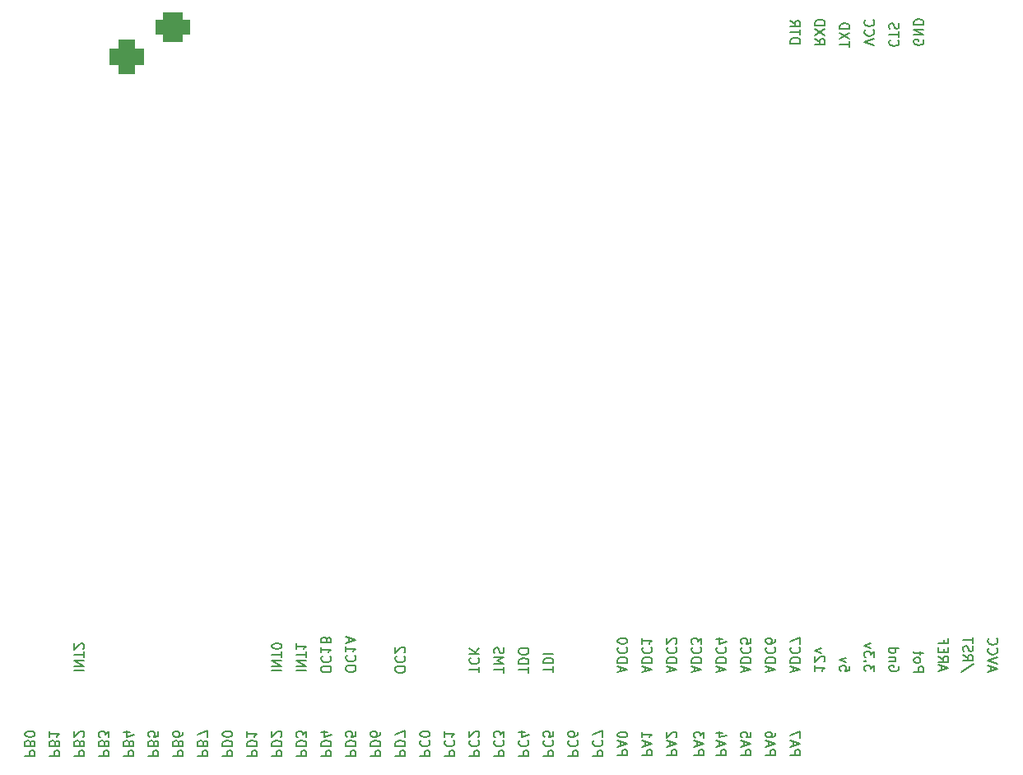
<source format=gbo>
G04 #@! TF.GenerationSoftware,KiCad,Pcbnew,(6.0.0)*
G04 #@! TF.CreationDate,2022-08-18T21:59:34-04:00*
G04 #@! TF.ProjectId,Atmega16 breakout,41746d65-6761-4313-9620-627265616b6f,rev?*
G04 #@! TF.SameCoordinates,Original*
G04 #@! TF.FileFunction,Legend,Bot*
G04 #@! TF.FilePolarity,Positive*
%FSLAX46Y46*%
G04 Gerber Fmt 4.6, Leading zero omitted, Abs format (unit mm)*
G04 Created by KiCad (PCBNEW (6.0.0)) date 2022-08-18 21:59:34*
%MOMM*%
%LPD*%
G01*
G04 APERTURE LIST*
G04 Aperture macros list*
%AMRoundRect*
0 Rectangle with rounded corners*
0 $1 Rounding radius*
0 $2 $3 $4 $5 $6 $7 $8 $9 X,Y pos of 4 corners*
0 Add a 4 corners polygon primitive as box body*
4,1,4,$2,$3,$4,$5,$6,$7,$8,$9,$2,$3,0*
0 Add four circle primitives for the rounded corners*
1,1,$1+$1,$2,$3*
1,1,$1+$1,$4,$5*
1,1,$1+$1,$6,$7*
1,1,$1+$1,$8,$9*
0 Add four rect primitives between the rounded corners*
20,1,$1+$1,$2,$3,$4,$5,0*
20,1,$1+$1,$4,$5,$6,$7,0*
20,1,$1+$1,$6,$7,$8,$9,0*
20,1,$1+$1,$8,$9,$2,$3,0*%
G04 Aperture macros list end*
%ADD10C,0.150000*%
%ADD11R,1.600000X1.600000*%
%ADD12O,1.600000X1.600000*%
%ADD13R,1.700000X1.700000*%
%ADD14O,1.700000X1.700000*%
%ADD15C,1.600000*%
%ADD16C,1.500000*%
%ADD17C,3.200000*%
%ADD18R,2.200000X2.200000*%
%ADD19O,2.200000X2.200000*%
%ADD20C,1.440000*%
%ADD21R,3.500000X3.500000*%
%ADD22RoundRect,0.750000X-1.000000X0.750000X-1.000000X-0.750000X1.000000X-0.750000X1.000000X0.750000X0*%
%ADD23RoundRect,0.875000X-0.875000X0.875000X-0.875000X-0.875000X0.875000X-0.875000X0.875000X0.875000X0*%
%ADD24C,1.700000*%
G04 APERTURE END LIST*
D10*
X133183333Y-114490285D02*
X133183333Y-114014095D01*
X132897619Y-114585523D02*
X133897619Y-114252190D01*
X132897619Y-113918857D01*
X132897619Y-113585523D02*
X133897619Y-113585523D01*
X133897619Y-113347428D01*
X133850000Y-113204571D01*
X133754761Y-113109333D01*
X133659523Y-113061714D01*
X133469047Y-113014095D01*
X133326190Y-113014095D01*
X133135714Y-113061714D01*
X133040476Y-113109333D01*
X132945238Y-113204571D01*
X132897619Y-113347428D01*
X132897619Y-113585523D01*
X132992857Y-112014095D02*
X132945238Y-112061714D01*
X132897619Y-112204571D01*
X132897619Y-112299809D01*
X132945238Y-112442666D01*
X133040476Y-112537904D01*
X133135714Y-112585523D01*
X133326190Y-112633142D01*
X133469047Y-112633142D01*
X133659523Y-112585523D01*
X133754761Y-112537904D01*
X133850000Y-112442666D01*
X133897619Y-112299809D01*
X133897619Y-112204571D01*
X133850000Y-112061714D01*
X133802380Y-112014095D01*
X133897619Y-111156952D02*
X133897619Y-111347428D01*
X133850000Y-111442666D01*
X133802380Y-111490285D01*
X133659523Y-111585523D01*
X133469047Y-111633142D01*
X133088095Y-111633142D01*
X132992857Y-111585523D01*
X132945238Y-111537904D01*
X132897619Y-111442666D01*
X132897619Y-111252190D01*
X132945238Y-111156952D01*
X132992857Y-111109333D01*
X133088095Y-111061714D01*
X133326190Y-111061714D01*
X133421428Y-111109333D01*
X133469047Y-111156952D01*
X133516666Y-111252190D01*
X133516666Y-111442666D01*
X133469047Y-111537904D01*
X133421428Y-111585523D01*
X133326190Y-111633142D01*
X97337619Y-123158095D02*
X98337619Y-123158095D01*
X98337619Y-122777142D01*
X98290000Y-122681904D01*
X98242380Y-122634285D01*
X98147142Y-122586666D01*
X98004285Y-122586666D01*
X97909047Y-122634285D01*
X97861428Y-122681904D01*
X97813809Y-122777142D01*
X97813809Y-123158095D01*
X97432857Y-121586666D02*
X97385238Y-121634285D01*
X97337619Y-121777142D01*
X97337619Y-121872380D01*
X97385238Y-122015238D01*
X97480476Y-122110476D01*
X97575714Y-122158095D01*
X97766190Y-122205714D01*
X97909047Y-122205714D01*
X98099523Y-122158095D01*
X98194761Y-122110476D01*
X98290000Y-122015238D01*
X98337619Y-121872380D01*
X98337619Y-121777142D01*
X98290000Y-121634285D01*
X98242380Y-121586666D01*
X98337619Y-120967619D02*
X98337619Y-120872380D01*
X98290000Y-120777142D01*
X98242380Y-120729523D01*
X98147142Y-120681904D01*
X97956666Y-120634285D01*
X97718571Y-120634285D01*
X97528095Y-120681904D01*
X97432857Y-120729523D01*
X97385238Y-120777142D01*
X97337619Y-120872380D01*
X97337619Y-120967619D01*
X97385238Y-121062857D01*
X97432857Y-121110476D01*
X97528095Y-121158095D01*
X97718571Y-121205714D01*
X97956666Y-121205714D01*
X98147142Y-121158095D01*
X98242380Y-121110476D01*
X98290000Y-121062857D01*
X98337619Y-120967619D01*
X74477619Y-123158095D02*
X75477619Y-123158095D01*
X75477619Y-122777142D01*
X75430000Y-122681904D01*
X75382380Y-122634285D01*
X75287142Y-122586666D01*
X75144285Y-122586666D01*
X75049047Y-122634285D01*
X75001428Y-122681904D01*
X74953809Y-122777142D01*
X74953809Y-123158095D01*
X75001428Y-121824761D02*
X74953809Y-121681904D01*
X74906190Y-121634285D01*
X74810952Y-121586666D01*
X74668095Y-121586666D01*
X74572857Y-121634285D01*
X74525238Y-121681904D01*
X74477619Y-121777142D01*
X74477619Y-122158095D01*
X75477619Y-122158095D01*
X75477619Y-121824761D01*
X75430000Y-121729523D01*
X75382380Y-121681904D01*
X75287142Y-121634285D01*
X75191904Y-121634285D01*
X75096666Y-121681904D01*
X75049047Y-121729523D01*
X75001428Y-121824761D01*
X75001428Y-122158095D01*
X75477619Y-121253333D02*
X75477619Y-120586666D01*
X74477619Y-121015238D01*
X117657619Y-123086666D02*
X118657619Y-123086666D01*
X118657619Y-122705714D01*
X118610000Y-122610476D01*
X118562380Y-122562857D01*
X118467142Y-122515238D01*
X118324285Y-122515238D01*
X118229047Y-122562857D01*
X118181428Y-122610476D01*
X118133809Y-122705714D01*
X118133809Y-123086666D01*
X117943333Y-122134285D02*
X117943333Y-121658095D01*
X117657619Y-122229523D02*
X118657619Y-121896190D01*
X117657619Y-121562857D01*
X118657619Y-121039047D02*
X118657619Y-120943809D01*
X118610000Y-120848571D01*
X118562380Y-120800952D01*
X118467142Y-120753333D01*
X118276666Y-120705714D01*
X118038571Y-120705714D01*
X117848095Y-120753333D01*
X117752857Y-120800952D01*
X117705238Y-120848571D01*
X117657619Y-120943809D01*
X117657619Y-121039047D01*
X117705238Y-121134285D01*
X117752857Y-121181904D01*
X117848095Y-121229523D01*
X118038571Y-121277142D01*
X118276666Y-121277142D01*
X118467142Y-121229523D01*
X118562380Y-121181904D01*
X118610000Y-121134285D01*
X118657619Y-121039047D01*
X135437619Y-123086666D02*
X136437619Y-123086666D01*
X136437619Y-122705714D01*
X136390000Y-122610476D01*
X136342380Y-122562857D01*
X136247142Y-122515238D01*
X136104285Y-122515238D01*
X136009047Y-122562857D01*
X135961428Y-122610476D01*
X135913809Y-122705714D01*
X135913809Y-123086666D01*
X135723333Y-122134285D02*
X135723333Y-121658095D01*
X135437619Y-122229523D02*
X136437619Y-121896190D01*
X135437619Y-121562857D01*
X136437619Y-121324761D02*
X136437619Y-120658095D01*
X135437619Y-121086666D01*
X110037619Y-123158095D02*
X111037619Y-123158095D01*
X111037619Y-122777142D01*
X110990000Y-122681904D01*
X110942380Y-122634285D01*
X110847142Y-122586666D01*
X110704285Y-122586666D01*
X110609047Y-122634285D01*
X110561428Y-122681904D01*
X110513809Y-122777142D01*
X110513809Y-123158095D01*
X110132857Y-121586666D02*
X110085238Y-121634285D01*
X110037619Y-121777142D01*
X110037619Y-121872380D01*
X110085238Y-122015238D01*
X110180476Y-122110476D01*
X110275714Y-122158095D01*
X110466190Y-122205714D01*
X110609047Y-122205714D01*
X110799523Y-122158095D01*
X110894761Y-122110476D01*
X110990000Y-122015238D01*
X111037619Y-121872380D01*
X111037619Y-121777142D01*
X110990000Y-121634285D01*
X110942380Y-121586666D01*
X111037619Y-120681904D02*
X111037619Y-121158095D01*
X110561428Y-121205714D01*
X110609047Y-121158095D01*
X110656666Y-121062857D01*
X110656666Y-120824761D01*
X110609047Y-120729523D01*
X110561428Y-120681904D01*
X110466190Y-120634285D01*
X110228095Y-120634285D01*
X110132857Y-120681904D01*
X110085238Y-120729523D01*
X110037619Y-120824761D01*
X110037619Y-121062857D01*
X110085238Y-121158095D01*
X110132857Y-121205714D01*
X141517619Y-113934857D02*
X141517619Y-114411047D01*
X141041428Y-114458666D01*
X141089047Y-114411047D01*
X141136666Y-114315809D01*
X141136666Y-114077714D01*
X141089047Y-113982476D01*
X141041428Y-113934857D01*
X140946190Y-113887238D01*
X140708095Y-113887238D01*
X140612857Y-113934857D01*
X140565238Y-113982476D01*
X140517619Y-114077714D01*
X140517619Y-114315809D01*
X140565238Y-114411047D01*
X140612857Y-114458666D01*
X141184285Y-113553904D02*
X140517619Y-113315809D01*
X141184285Y-113077714D01*
X137977619Y-49434666D02*
X138453809Y-49768000D01*
X137977619Y-50006095D02*
X138977619Y-50006095D01*
X138977619Y-49625142D01*
X138930000Y-49529904D01*
X138882380Y-49482285D01*
X138787142Y-49434666D01*
X138644285Y-49434666D01*
X138549047Y-49482285D01*
X138501428Y-49529904D01*
X138453809Y-49625142D01*
X138453809Y-50006095D01*
X138977619Y-49101333D02*
X137977619Y-48434666D01*
X138977619Y-48434666D02*
X137977619Y-49101333D01*
X137977619Y-48053714D02*
X138977619Y-48053714D01*
X138977619Y-47815619D01*
X138930000Y-47672761D01*
X138834761Y-47577523D01*
X138739523Y-47529904D01*
X138549047Y-47482285D01*
X138406190Y-47482285D01*
X138215714Y-47529904D01*
X138120476Y-47577523D01*
X138025238Y-47672761D01*
X137977619Y-47815619D01*
X137977619Y-48053714D01*
X79557619Y-123158095D02*
X80557619Y-123158095D01*
X80557619Y-122777142D01*
X80510000Y-122681904D01*
X80462380Y-122634285D01*
X80367142Y-122586666D01*
X80224285Y-122586666D01*
X80129047Y-122634285D01*
X80081428Y-122681904D01*
X80033809Y-122777142D01*
X80033809Y-123158095D01*
X79557619Y-122158095D02*
X80557619Y-122158095D01*
X80557619Y-121920000D01*
X80510000Y-121777142D01*
X80414761Y-121681904D01*
X80319523Y-121634285D01*
X80129047Y-121586666D01*
X79986190Y-121586666D01*
X79795714Y-121634285D01*
X79700476Y-121681904D01*
X79605238Y-121777142D01*
X79557619Y-121920000D01*
X79557619Y-122158095D01*
X79557619Y-120634285D02*
X79557619Y-121205714D01*
X79557619Y-120920000D02*
X80557619Y-120920000D01*
X80414761Y-121015238D01*
X80319523Y-121110476D01*
X80271904Y-121205714D01*
X120483333Y-114490285D02*
X120483333Y-114014095D01*
X120197619Y-114585523D02*
X121197619Y-114252190D01*
X120197619Y-113918857D01*
X120197619Y-113585523D02*
X121197619Y-113585523D01*
X121197619Y-113347428D01*
X121150000Y-113204571D01*
X121054761Y-113109333D01*
X120959523Y-113061714D01*
X120769047Y-113014095D01*
X120626190Y-113014095D01*
X120435714Y-113061714D01*
X120340476Y-113109333D01*
X120245238Y-113204571D01*
X120197619Y-113347428D01*
X120197619Y-113585523D01*
X120292857Y-112014095D02*
X120245238Y-112061714D01*
X120197619Y-112204571D01*
X120197619Y-112299809D01*
X120245238Y-112442666D01*
X120340476Y-112537904D01*
X120435714Y-112585523D01*
X120626190Y-112633142D01*
X120769047Y-112633142D01*
X120959523Y-112585523D01*
X121054761Y-112537904D01*
X121150000Y-112442666D01*
X121197619Y-112299809D01*
X121197619Y-112204571D01*
X121150000Y-112061714D01*
X121102380Y-112014095D01*
X120197619Y-111061714D02*
X120197619Y-111633142D01*
X120197619Y-111347428D02*
X121197619Y-111347428D01*
X121054761Y-111442666D01*
X120959523Y-111537904D01*
X120911904Y-111633142D01*
X132897619Y-123086666D02*
X133897619Y-123086666D01*
X133897619Y-122705714D01*
X133850000Y-122610476D01*
X133802380Y-122562857D01*
X133707142Y-122515238D01*
X133564285Y-122515238D01*
X133469047Y-122562857D01*
X133421428Y-122610476D01*
X133373809Y-122705714D01*
X133373809Y-123086666D01*
X133183333Y-122134285D02*
X133183333Y-121658095D01*
X132897619Y-122229523D02*
X133897619Y-121896190D01*
X132897619Y-121562857D01*
X133897619Y-120800952D02*
X133897619Y-120991428D01*
X133850000Y-121086666D01*
X133802380Y-121134285D01*
X133659523Y-121229523D01*
X133469047Y-121277142D01*
X133088095Y-121277142D01*
X132992857Y-121229523D01*
X132945238Y-121181904D01*
X132897619Y-121086666D01*
X132897619Y-120896190D01*
X132945238Y-120800952D01*
X132992857Y-120753333D01*
X133088095Y-120705714D01*
X133326190Y-120705714D01*
X133421428Y-120753333D01*
X133469047Y-120800952D01*
X133516666Y-120896190D01*
X133516666Y-121086666D01*
X133469047Y-121181904D01*
X133421428Y-121229523D01*
X133326190Y-121277142D01*
X56697619Y-123158095D02*
X57697619Y-123158095D01*
X57697619Y-122777142D01*
X57650000Y-122681904D01*
X57602380Y-122634285D01*
X57507142Y-122586666D01*
X57364285Y-122586666D01*
X57269047Y-122634285D01*
X57221428Y-122681904D01*
X57173809Y-122777142D01*
X57173809Y-123158095D01*
X57221428Y-121824761D02*
X57173809Y-121681904D01*
X57126190Y-121634285D01*
X57030952Y-121586666D01*
X56888095Y-121586666D01*
X56792857Y-121634285D01*
X56745238Y-121681904D01*
X56697619Y-121777142D01*
X56697619Y-122158095D01*
X57697619Y-122158095D01*
X57697619Y-121824761D01*
X57650000Y-121729523D01*
X57602380Y-121681904D01*
X57507142Y-121634285D01*
X57411904Y-121634285D01*
X57316666Y-121681904D01*
X57269047Y-121729523D01*
X57221428Y-121824761D01*
X57221428Y-122158095D01*
X57697619Y-120967619D02*
X57697619Y-120872380D01*
X57650000Y-120777142D01*
X57602380Y-120729523D01*
X57507142Y-120681904D01*
X57316666Y-120634285D01*
X57078571Y-120634285D01*
X56888095Y-120681904D01*
X56792857Y-120729523D01*
X56745238Y-120777142D01*
X56697619Y-120872380D01*
X56697619Y-120967619D01*
X56745238Y-121062857D01*
X56792857Y-121110476D01*
X56888095Y-121158095D01*
X57078571Y-121205714D01*
X57316666Y-121205714D01*
X57507142Y-121158095D01*
X57602380Y-121110476D01*
X57650000Y-121062857D01*
X57697619Y-120967619D01*
X112577619Y-123158095D02*
X113577619Y-123158095D01*
X113577619Y-122777142D01*
X113530000Y-122681904D01*
X113482380Y-122634285D01*
X113387142Y-122586666D01*
X113244285Y-122586666D01*
X113149047Y-122634285D01*
X113101428Y-122681904D01*
X113053809Y-122777142D01*
X113053809Y-123158095D01*
X112672857Y-121586666D02*
X112625238Y-121634285D01*
X112577619Y-121777142D01*
X112577619Y-121872380D01*
X112625238Y-122015238D01*
X112720476Y-122110476D01*
X112815714Y-122158095D01*
X113006190Y-122205714D01*
X113149047Y-122205714D01*
X113339523Y-122158095D01*
X113434761Y-122110476D01*
X113530000Y-122015238D01*
X113577619Y-121872380D01*
X113577619Y-121777142D01*
X113530000Y-121634285D01*
X113482380Y-121586666D01*
X113577619Y-120729523D02*
X113577619Y-120920000D01*
X113530000Y-121015238D01*
X113482380Y-121062857D01*
X113339523Y-121158095D01*
X113149047Y-121205714D01*
X112768095Y-121205714D01*
X112672857Y-121158095D01*
X112625238Y-121110476D01*
X112577619Y-121015238D01*
X112577619Y-120824761D01*
X112625238Y-120729523D01*
X112672857Y-120681904D01*
X112768095Y-120634285D01*
X113006190Y-120634285D01*
X113101428Y-120681904D01*
X113149047Y-120729523D01*
X113196666Y-120824761D01*
X113196666Y-121015238D01*
X113149047Y-121110476D01*
X113101428Y-121158095D01*
X113006190Y-121205714D01*
X154265238Y-113704571D02*
X152979523Y-114561714D01*
X153217619Y-112799809D02*
X153693809Y-113133142D01*
X153217619Y-113371238D02*
X154217619Y-113371238D01*
X154217619Y-112990285D01*
X154170000Y-112895047D01*
X154122380Y-112847428D01*
X154027142Y-112799809D01*
X153884285Y-112799809D01*
X153789047Y-112847428D01*
X153741428Y-112895047D01*
X153693809Y-112990285D01*
X153693809Y-113371238D01*
X153265238Y-112418857D02*
X153217619Y-112276000D01*
X153217619Y-112037904D01*
X153265238Y-111942666D01*
X153312857Y-111895047D01*
X153408095Y-111847428D01*
X153503333Y-111847428D01*
X153598571Y-111895047D01*
X153646190Y-111942666D01*
X153693809Y-112037904D01*
X153741428Y-112228380D01*
X153789047Y-112323619D01*
X153836666Y-112371238D01*
X153931904Y-112418857D01*
X154027142Y-112418857D01*
X154122380Y-112371238D01*
X154170000Y-112323619D01*
X154217619Y-112228380D01*
X154217619Y-111990285D01*
X154170000Y-111847428D01*
X154217619Y-111561714D02*
X154217619Y-110990285D01*
X153217619Y-111276000D02*
X154217619Y-111276000D01*
X66857619Y-123158095D02*
X67857619Y-123158095D01*
X67857619Y-122777142D01*
X67810000Y-122681904D01*
X67762380Y-122634285D01*
X67667142Y-122586666D01*
X67524285Y-122586666D01*
X67429047Y-122634285D01*
X67381428Y-122681904D01*
X67333809Y-122777142D01*
X67333809Y-123158095D01*
X67381428Y-121824761D02*
X67333809Y-121681904D01*
X67286190Y-121634285D01*
X67190952Y-121586666D01*
X67048095Y-121586666D01*
X66952857Y-121634285D01*
X66905238Y-121681904D01*
X66857619Y-121777142D01*
X66857619Y-122158095D01*
X67857619Y-122158095D01*
X67857619Y-121824761D01*
X67810000Y-121729523D01*
X67762380Y-121681904D01*
X67667142Y-121634285D01*
X67571904Y-121634285D01*
X67476666Y-121681904D01*
X67429047Y-121729523D01*
X67381428Y-121824761D01*
X67381428Y-122158095D01*
X67524285Y-120729523D02*
X66857619Y-120729523D01*
X67905238Y-120967619D02*
X67190952Y-121205714D01*
X67190952Y-120586666D01*
X104957619Y-123158095D02*
X105957619Y-123158095D01*
X105957619Y-122777142D01*
X105910000Y-122681904D01*
X105862380Y-122634285D01*
X105767142Y-122586666D01*
X105624285Y-122586666D01*
X105529047Y-122634285D01*
X105481428Y-122681904D01*
X105433809Y-122777142D01*
X105433809Y-123158095D01*
X105052857Y-121586666D02*
X105005238Y-121634285D01*
X104957619Y-121777142D01*
X104957619Y-121872380D01*
X105005238Y-122015238D01*
X105100476Y-122110476D01*
X105195714Y-122158095D01*
X105386190Y-122205714D01*
X105529047Y-122205714D01*
X105719523Y-122158095D01*
X105814761Y-122110476D01*
X105910000Y-122015238D01*
X105957619Y-121872380D01*
X105957619Y-121777142D01*
X105910000Y-121634285D01*
X105862380Y-121586666D01*
X105957619Y-121253333D02*
X105957619Y-120634285D01*
X105576666Y-120967619D01*
X105576666Y-120824761D01*
X105529047Y-120729523D01*
X105481428Y-120681904D01*
X105386190Y-120634285D01*
X105148095Y-120634285D01*
X105052857Y-120681904D01*
X105005238Y-120729523D01*
X104957619Y-120824761D01*
X104957619Y-121110476D01*
X105005238Y-121205714D01*
X105052857Y-121253333D01*
X125563333Y-114490285D02*
X125563333Y-114014095D01*
X125277619Y-114585523D02*
X126277619Y-114252190D01*
X125277619Y-113918857D01*
X125277619Y-113585523D02*
X126277619Y-113585523D01*
X126277619Y-113347428D01*
X126230000Y-113204571D01*
X126134761Y-113109333D01*
X126039523Y-113061714D01*
X125849047Y-113014095D01*
X125706190Y-113014095D01*
X125515714Y-113061714D01*
X125420476Y-113109333D01*
X125325238Y-113204571D01*
X125277619Y-113347428D01*
X125277619Y-113585523D01*
X125372857Y-112014095D02*
X125325238Y-112061714D01*
X125277619Y-112204571D01*
X125277619Y-112299809D01*
X125325238Y-112442666D01*
X125420476Y-112537904D01*
X125515714Y-112585523D01*
X125706190Y-112633142D01*
X125849047Y-112633142D01*
X126039523Y-112585523D01*
X126134761Y-112537904D01*
X126230000Y-112442666D01*
X126277619Y-112299809D01*
X126277619Y-112204571D01*
X126230000Y-112061714D01*
X126182380Y-112014095D01*
X126277619Y-111680761D02*
X126277619Y-111061714D01*
X125896666Y-111395047D01*
X125896666Y-111252190D01*
X125849047Y-111156952D01*
X125801428Y-111109333D01*
X125706190Y-111061714D01*
X125468095Y-111061714D01*
X125372857Y-111109333D01*
X125325238Y-111156952D01*
X125277619Y-111252190D01*
X125277619Y-111537904D01*
X125325238Y-111633142D01*
X125372857Y-111680761D01*
X156043333Y-114442666D02*
X156043333Y-113966476D01*
X155757619Y-114537904D02*
X156757619Y-114204571D01*
X155757619Y-113871238D01*
X156757619Y-113680761D02*
X155757619Y-113347428D01*
X156757619Y-113014095D01*
X155852857Y-112109333D02*
X155805238Y-112156952D01*
X155757619Y-112299809D01*
X155757619Y-112395047D01*
X155805238Y-112537904D01*
X155900476Y-112633142D01*
X155995714Y-112680761D01*
X156186190Y-112728380D01*
X156329047Y-112728380D01*
X156519523Y-112680761D01*
X156614761Y-112633142D01*
X156710000Y-112537904D01*
X156757619Y-112395047D01*
X156757619Y-112299809D01*
X156710000Y-112156952D01*
X156662380Y-112109333D01*
X155852857Y-111109333D02*
X155805238Y-111156952D01*
X155757619Y-111299809D01*
X155757619Y-111395047D01*
X155805238Y-111537904D01*
X155900476Y-111633142D01*
X155995714Y-111680761D01*
X156186190Y-111728380D01*
X156329047Y-111728380D01*
X156519523Y-111680761D01*
X156614761Y-111633142D01*
X156710000Y-111537904D01*
X156757619Y-111395047D01*
X156757619Y-111299809D01*
X156710000Y-111156952D01*
X156662380Y-111109333D01*
X122737619Y-123086666D02*
X123737619Y-123086666D01*
X123737619Y-122705714D01*
X123690000Y-122610476D01*
X123642380Y-122562857D01*
X123547142Y-122515238D01*
X123404285Y-122515238D01*
X123309047Y-122562857D01*
X123261428Y-122610476D01*
X123213809Y-122705714D01*
X123213809Y-123086666D01*
X123023333Y-122134285D02*
X123023333Y-121658095D01*
X122737619Y-122229523D02*
X123737619Y-121896190D01*
X122737619Y-121562857D01*
X123642380Y-121277142D02*
X123690000Y-121229523D01*
X123737619Y-121134285D01*
X123737619Y-120896190D01*
X123690000Y-120800952D01*
X123642380Y-120753333D01*
X123547142Y-120705714D01*
X123451904Y-120705714D01*
X123309047Y-120753333D01*
X122737619Y-121324761D01*
X122737619Y-120705714D01*
X150963333Y-114395047D02*
X150963333Y-113918857D01*
X150677619Y-114490285D02*
X151677619Y-114156952D01*
X150677619Y-113823619D01*
X150677619Y-112918857D02*
X151153809Y-113252190D01*
X150677619Y-113490285D02*
X151677619Y-113490285D01*
X151677619Y-113109333D01*
X151630000Y-113014095D01*
X151582380Y-112966476D01*
X151487142Y-112918857D01*
X151344285Y-112918857D01*
X151249047Y-112966476D01*
X151201428Y-113014095D01*
X151153809Y-113109333D01*
X151153809Y-113490285D01*
X151201428Y-112490285D02*
X151201428Y-112156952D01*
X150677619Y-112014095D02*
X150677619Y-112490285D01*
X151677619Y-112490285D01*
X151677619Y-112014095D01*
X151201428Y-111252190D02*
X151201428Y-111585523D01*
X150677619Y-111585523D02*
X151677619Y-111585523D01*
X151677619Y-111109333D01*
X95797619Y-114355428D02*
X95797619Y-114164952D01*
X95750000Y-114069714D01*
X95654761Y-113974476D01*
X95464285Y-113926857D01*
X95130952Y-113926857D01*
X94940476Y-113974476D01*
X94845238Y-114069714D01*
X94797619Y-114164952D01*
X94797619Y-114355428D01*
X94845238Y-114450666D01*
X94940476Y-114545904D01*
X95130952Y-114593523D01*
X95464285Y-114593523D01*
X95654761Y-114545904D01*
X95750000Y-114450666D01*
X95797619Y-114355428D01*
X94892857Y-112926857D02*
X94845238Y-112974476D01*
X94797619Y-113117333D01*
X94797619Y-113212571D01*
X94845238Y-113355428D01*
X94940476Y-113450666D01*
X95035714Y-113498285D01*
X95226190Y-113545904D01*
X95369047Y-113545904D01*
X95559523Y-113498285D01*
X95654761Y-113450666D01*
X95750000Y-113355428D01*
X95797619Y-113212571D01*
X95797619Y-113117333D01*
X95750000Y-112974476D01*
X95702380Y-112926857D01*
X95702380Y-112545904D02*
X95750000Y-112498285D01*
X95797619Y-112403047D01*
X95797619Y-112164952D01*
X95750000Y-112069714D01*
X95702380Y-112022095D01*
X95607142Y-111974476D01*
X95511904Y-111974476D01*
X95369047Y-112022095D01*
X94797619Y-112593523D01*
X94797619Y-111974476D01*
X105957619Y-114617333D02*
X105957619Y-114045904D01*
X104957619Y-114331619D02*
X105957619Y-114331619D01*
X104957619Y-113712571D02*
X105957619Y-113712571D01*
X105243333Y-113379238D01*
X105957619Y-113045904D01*
X104957619Y-113045904D01*
X105005238Y-112617333D02*
X104957619Y-112474476D01*
X104957619Y-112236380D01*
X105005238Y-112141142D01*
X105052857Y-112093523D01*
X105148095Y-112045904D01*
X105243333Y-112045904D01*
X105338571Y-112093523D01*
X105386190Y-112141142D01*
X105433809Y-112236380D01*
X105481428Y-112426857D01*
X105529047Y-112522095D01*
X105576666Y-112569714D01*
X105671904Y-112617333D01*
X105767142Y-112617333D01*
X105862380Y-112569714D01*
X105910000Y-112522095D01*
X105957619Y-112426857D01*
X105957619Y-112188761D01*
X105910000Y-112045904D01*
X77017619Y-123158095D02*
X78017619Y-123158095D01*
X78017619Y-122777142D01*
X77970000Y-122681904D01*
X77922380Y-122634285D01*
X77827142Y-122586666D01*
X77684285Y-122586666D01*
X77589047Y-122634285D01*
X77541428Y-122681904D01*
X77493809Y-122777142D01*
X77493809Y-123158095D01*
X77017619Y-122158095D02*
X78017619Y-122158095D01*
X78017619Y-121920000D01*
X77970000Y-121777142D01*
X77874761Y-121681904D01*
X77779523Y-121634285D01*
X77589047Y-121586666D01*
X77446190Y-121586666D01*
X77255714Y-121634285D01*
X77160476Y-121681904D01*
X77065238Y-121777142D01*
X77017619Y-121920000D01*
X77017619Y-122158095D01*
X78017619Y-120967619D02*
X78017619Y-120872380D01*
X77970000Y-120777142D01*
X77922380Y-120729523D01*
X77827142Y-120681904D01*
X77636666Y-120634285D01*
X77398571Y-120634285D01*
X77208095Y-120681904D01*
X77112857Y-120729523D01*
X77065238Y-120777142D01*
X77017619Y-120872380D01*
X77017619Y-120967619D01*
X77065238Y-121062857D01*
X77112857Y-121110476D01*
X77208095Y-121158095D01*
X77398571Y-121205714D01*
X77636666Y-121205714D01*
X77827142Y-121158095D01*
X77922380Y-121110476D01*
X77970000Y-121062857D01*
X78017619Y-120967619D01*
X92257619Y-123158095D02*
X93257619Y-123158095D01*
X93257619Y-122777142D01*
X93210000Y-122681904D01*
X93162380Y-122634285D01*
X93067142Y-122586666D01*
X92924285Y-122586666D01*
X92829047Y-122634285D01*
X92781428Y-122681904D01*
X92733809Y-122777142D01*
X92733809Y-123158095D01*
X92257619Y-122158095D02*
X93257619Y-122158095D01*
X93257619Y-121920000D01*
X93210000Y-121777142D01*
X93114761Y-121681904D01*
X93019523Y-121634285D01*
X92829047Y-121586666D01*
X92686190Y-121586666D01*
X92495714Y-121634285D01*
X92400476Y-121681904D01*
X92305238Y-121777142D01*
X92257619Y-121920000D01*
X92257619Y-122158095D01*
X93257619Y-120729523D02*
X93257619Y-120920000D01*
X93210000Y-121015238D01*
X93162380Y-121062857D01*
X93019523Y-121158095D01*
X92829047Y-121205714D01*
X92448095Y-121205714D01*
X92352857Y-121158095D01*
X92305238Y-121110476D01*
X92257619Y-121015238D01*
X92257619Y-120824761D01*
X92305238Y-120729523D01*
X92352857Y-120681904D01*
X92448095Y-120634285D01*
X92686190Y-120634285D01*
X92781428Y-120681904D01*
X92829047Y-120729523D01*
X92876666Y-120824761D01*
X92876666Y-121015238D01*
X92829047Y-121110476D01*
X92781428Y-121158095D01*
X92686190Y-121205714D01*
X149090000Y-49529904D02*
X149137619Y-49625142D01*
X149137619Y-49768000D01*
X149090000Y-49910857D01*
X148994761Y-50006095D01*
X148899523Y-50053714D01*
X148709047Y-50101333D01*
X148566190Y-50101333D01*
X148375714Y-50053714D01*
X148280476Y-50006095D01*
X148185238Y-49910857D01*
X148137619Y-49768000D01*
X148137619Y-49672761D01*
X148185238Y-49529904D01*
X148232857Y-49482285D01*
X148566190Y-49482285D01*
X148566190Y-49672761D01*
X148137619Y-49053714D02*
X149137619Y-49053714D01*
X148137619Y-48482285D01*
X149137619Y-48482285D01*
X148137619Y-48006095D02*
X149137619Y-48006095D01*
X149137619Y-47768000D01*
X149090000Y-47625142D01*
X148994761Y-47529904D01*
X148899523Y-47482285D01*
X148709047Y-47434666D01*
X148566190Y-47434666D01*
X148375714Y-47482285D01*
X148280476Y-47529904D01*
X148185238Y-47625142D01*
X148137619Y-47768000D01*
X148137619Y-48006095D01*
X84637619Y-123158095D02*
X85637619Y-123158095D01*
X85637619Y-122777142D01*
X85590000Y-122681904D01*
X85542380Y-122634285D01*
X85447142Y-122586666D01*
X85304285Y-122586666D01*
X85209047Y-122634285D01*
X85161428Y-122681904D01*
X85113809Y-122777142D01*
X85113809Y-123158095D01*
X84637619Y-122158095D02*
X85637619Y-122158095D01*
X85637619Y-121920000D01*
X85590000Y-121777142D01*
X85494761Y-121681904D01*
X85399523Y-121634285D01*
X85209047Y-121586666D01*
X85066190Y-121586666D01*
X84875714Y-121634285D01*
X84780476Y-121681904D01*
X84685238Y-121777142D01*
X84637619Y-121920000D01*
X84637619Y-122158095D01*
X85637619Y-121253333D02*
X85637619Y-120634285D01*
X85256666Y-120967619D01*
X85256666Y-120824761D01*
X85209047Y-120729523D01*
X85161428Y-120681904D01*
X85066190Y-120634285D01*
X84828095Y-120634285D01*
X84732857Y-120681904D01*
X84685238Y-120729523D01*
X84637619Y-120824761D01*
X84637619Y-121110476D01*
X84685238Y-121205714D01*
X84732857Y-121253333D01*
X148137619Y-114538000D02*
X149137619Y-114538000D01*
X149137619Y-114157047D01*
X149090000Y-114061809D01*
X149042380Y-114014190D01*
X148947142Y-113966571D01*
X148804285Y-113966571D01*
X148709047Y-114014190D01*
X148661428Y-114061809D01*
X148613809Y-114157047D01*
X148613809Y-114538000D01*
X148137619Y-113395142D02*
X148185238Y-113490380D01*
X148232857Y-113538000D01*
X148328095Y-113585619D01*
X148613809Y-113585619D01*
X148709047Y-113538000D01*
X148756666Y-113490380D01*
X148804285Y-113395142D01*
X148804285Y-113252285D01*
X148756666Y-113157047D01*
X148709047Y-113109428D01*
X148613809Y-113061809D01*
X148328095Y-113061809D01*
X148232857Y-113109428D01*
X148185238Y-113157047D01*
X148137619Y-113252285D01*
X148137619Y-113395142D01*
X148804285Y-112776095D02*
X148804285Y-112395142D01*
X149137619Y-112633238D02*
X148280476Y-112633238D01*
X148185238Y-112585619D01*
X148137619Y-112490380D01*
X148137619Y-112395142D01*
X115117619Y-123158095D02*
X116117619Y-123158095D01*
X116117619Y-122777142D01*
X116070000Y-122681904D01*
X116022380Y-122634285D01*
X115927142Y-122586666D01*
X115784285Y-122586666D01*
X115689047Y-122634285D01*
X115641428Y-122681904D01*
X115593809Y-122777142D01*
X115593809Y-123158095D01*
X115212857Y-121586666D02*
X115165238Y-121634285D01*
X115117619Y-121777142D01*
X115117619Y-121872380D01*
X115165238Y-122015238D01*
X115260476Y-122110476D01*
X115355714Y-122158095D01*
X115546190Y-122205714D01*
X115689047Y-122205714D01*
X115879523Y-122158095D01*
X115974761Y-122110476D01*
X116070000Y-122015238D01*
X116117619Y-121872380D01*
X116117619Y-121777142D01*
X116070000Y-121634285D01*
X116022380Y-121586666D01*
X116117619Y-121253333D02*
X116117619Y-120586666D01*
X115117619Y-121015238D01*
X127817619Y-123086666D02*
X128817619Y-123086666D01*
X128817619Y-122705714D01*
X128770000Y-122610476D01*
X128722380Y-122562857D01*
X128627142Y-122515238D01*
X128484285Y-122515238D01*
X128389047Y-122562857D01*
X128341428Y-122610476D01*
X128293809Y-122705714D01*
X128293809Y-123086666D01*
X128103333Y-122134285D02*
X128103333Y-121658095D01*
X127817619Y-122229523D02*
X128817619Y-121896190D01*
X127817619Y-121562857D01*
X128484285Y-120800952D02*
X127817619Y-120800952D01*
X128865238Y-121039047D02*
X128150952Y-121277142D01*
X128150952Y-120658095D01*
X128103333Y-114490285D02*
X128103333Y-114014095D01*
X127817619Y-114585523D02*
X128817619Y-114252190D01*
X127817619Y-113918857D01*
X127817619Y-113585523D02*
X128817619Y-113585523D01*
X128817619Y-113347428D01*
X128770000Y-113204571D01*
X128674761Y-113109333D01*
X128579523Y-113061714D01*
X128389047Y-113014095D01*
X128246190Y-113014095D01*
X128055714Y-113061714D01*
X127960476Y-113109333D01*
X127865238Y-113204571D01*
X127817619Y-113347428D01*
X127817619Y-113585523D01*
X127912857Y-112014095D02*
X127865238Y-112061714D01*
X127817619Y-112204571D01*
X127817619Y-112299809D01*
X127865238Y-112442666D01*
X127960476Y-112537904D01*
X128055714Y-112585523D01*
X128246190Y-112633142D01*
X128389047Y-112633142D01*
X128579523Y-112585523D01*
X128674761Y-112537904D01*
X128770000Y-112442666D01*
X128817619Y-112299809D01*
X128817619Y-112204571D01*
X128770000Y-112061714D01*
X128722380Y-112014095D01*
X128484285Y-111156952D02*
X127817619Y-111156952D01*
X128865238Y-111395047D02*
X128150952Y-111633142D01*
X128150952Y-111014095D01*
X130643333Y-114490285D02*
X130643333Y-114014095D01*
X130357619Y-114585523D02*
X131357619Y-114252190D01*
X130357619Y-113918857D01*
X130357619Y-113585523D02*
X131357619Y-113585523D01*
X131357619Y-113347428D01*
X131310000Y-113204571D01*
X131214761Y-113109333D01*
X131119523Y-113061714D01*
X130929047Y-113014095D01*
X130786190Y-113014095D01*
X130595714Y-113061714D01*
X130500476Y-113109333D01*
X130405238Y-113204571D01*
X130357619Y-113347428D01*
X130357619Y-113585523D01*
X130452857Y-112014095D02*
X130405238Y-112061714D01*
X130357619Y-112204571D01*
X130357619Y-112299809D01*
X130405238Y-112442666D01*
X130500476Y-112537904D01*
X130595714Y-112585523D01*
X130786190Y-112633142D01*
X130929047Y-112633142D01*
X131119523Y-112585523D01*
X131214761Y-112537904D01*
X131310000Y-112442666D01*
X131357619Y-112299809D01*
X131357619Y-112204571D01*
X131310000Y-112061714D01*
X131262380Y-112014095D01*
X131357619Y-111109333D02*
X131357619Y-111585523D01*
X130881428Y-111633142D01*
X130929047Y-111585523D01*
X130976666Y-111490285D01*
X130976666Y-111252190D01*
X130929047Y-111156952D01*
X130881428Y-111109333D01*
X130786190Y-111061714D01*
X130548095Y-111061714D01*
X130452857Y-111109333D01*
X130405238Y-111156952D01*
X130357619Y-111252190D01*
X130357619Y-111490285D01*
X130405238Y-111585523D01*
X130452857Y-111633142D01*
X87177619Y-123158095D02*
X88177619Y-123158095D01*
X88177619Y-122777142D01*
X88130000Y-122681904D01*
X88082380Y-122634285D01*
X87987142Y-122586666D01*
X87844285Y-122586666D01*
X87749047Y-122634285D01*
X87701428Y-122681904D01*
X87653809Y-122777142D01*
X87653809Y-123158095D01*
X87177619Y-122158095D02*
X88177619Y-122158095D01*
X88177619Y-121920000D01*
X88130000Y-121777142D01*
X88034761Y-121681904D01*
X87939523Y-121634285D01*
X87749047Y-121586666D01*
X87606190Y-121586666D01*
X87415714Y-121634285D01*
X87320476Y-121681904D01*
X87225238Y-121777142D01*
X87177619Y-121920000D01*
X87177619Y-122158095D01*
X87844285Y-120729523D02*
X87177619Y-120729523D01*
X88225238Y-120967619D02*
X87510952Y-121205714D01*
X87510952Y-120586666D01*
X82097619Y-123158095D02*
X83097619Y-123158095D01*
X83097619Y-122777142D01*
X83050000Y-122681904D01*
X83002380Y-122634285D01*
X82907142Y-122586666D01*
X82764285Y-122586666D01*
X82669047Y-122634285D01*
X82621428Y-122681904D01*
X82573809Y-122777142D01*
X82573809Y-123158095D01*
X82097619Y-122158095D02*
X83097619Y-122158095D01*
X83097619Y-121920000D01*
X83050000Y-121777142D01*
X82954761Y-121681904D01*
X82859523Y-121634285D01*
X82669047Y-121586666D01*
X82526190Y-121586666D01*
X82335714Y-121634285D01*
X82240476Y-121681904D01*
X82145238Y-121777142D01*
X82097619Y-121920000D01*
X82097619Y-122158095D01*
X83002380Y-121205714D02*
X83050000Y-121158095D01*
X83097619Y-121062857D01*
X83097619Y-120824761D01*
X83050000Y-120729523D01*
X83002380Y-120681904D01*
X82907142Y-120634285D01*
X82811904Y-120634285D01*
X82669047Y-120681904D01*
X82097619Y-121253333D01*
X82097619Y-120634285D01*
X117943333Y-114490285D02*
X117943333Y-114014095D01*
X117657619Y-114585523D02*
X118657619Y-114252190D01*
X117657619Y-113918857D01*
X117657619Y-113585523D02*
X118657619Y-113585523D01*
X118657619Y-113347428D01*
X118610000Y-113204571D01*
X118514761Y-113109333D01*
X118419523Y-113061714D01*
X118229047Y-113014095D01*
X118086190Y-113014095D01*
X117895714Y-113061714D01*
X117800476Y-113109333D01*
X117705238Y-113204571D01*
X117657619Y-113347428D01*
X117657619Y-113585523D01*
X117752857Y-112014095D02*
X117705238Y-112061714D01*
X117657619Y-112204571D01*
X117657619Y-112299809D01*
X117705238Y-112442666D01*
X117800476Y-112537904D01*
X117895714Y-112585523D01*
X118086190Y-112633142D01*
X118229047Y-112633142D01*
X118419523Y-112585523D01*
X118514761Y-112537904D01*
X118610000Y-112442666D01*
X118657619Y-112299809D01*
X118657619Y-112204571D01*
X118610000Y-112061714D01*
X118562380Y-112014095D01*
X118657619Y-111395047D02*
X118657619Y-111299809D01*
X118610000Y-111204571D01*
X118562380Y-111156952D01*
X118467142Y-111109333D01*
X118276666Y-111061714D01*
X118038571Y-111061714D01*
X117848095Y-111109333D01*
X117752857Y-111156952D01*
X117705238Y-111204571D01*
X117657619Y-111299809D01*
X117657619Y-111395047D01*
X117705238Y-111490285D01*
X117752857Y-111537904D01*
X117848095Y-111585523D01*
X118038571Y-111633142D01*
X118276666Y-111633142D01*
X118467142Y-111585523D01*
X118562380Y-111537904D01*
X118610000Y-111490285D01*
X118657619Y-111395047D01*
X144057619Y-114458571D02*
X144057619Y-113839523D01*
X143676666Y-114172857D01*
X143676666Y-114030000D01*
X143629047Y-113934761D01*
X143581428Y-113887142D01*
X143486190Y-113839523D01*
X143248095Y-113839523D01*
X143152857Y-113887142D01*
X143105238Y-113934761D01*
X143057619Y-114030000D01*
X143057619Y-114315714D01*
X143105238Y-114410952D01*
X143152857Y-114458571D01*
X143152857Y-113410952D02*
X143105238Y-113363333D01*
X143057619Y-113410952D01*
X143105238Y-113458571D01*
X143152857Y-113410952D01*
X143057619Y-113410952D01*
X144057619Y-113030000D02*
X144057619Y-112410952D01*
X143676666Y-112744285D01*
X143676666Y-112601428D01*
X143629047Y-112506190D01*
X143581428Y-112458571D01*
X143486190Y-112410952D01*
X143248095Y-112410952D01*
X143152857Y-112458571D01*
X143105238Y-112506190D01*
X143057619Y-112601428D01*
X143057619Y-112887142D01*
X143105238Y-112982380D01*
X143152857Y-113030000D01*
X143724285Y-112077619D02*
X143057619Y-111839523D01*
X143724285Y-111601428D01*
X137977619Y-113855428D02*
X137977619Y-114426857D01*
X137977619Y-114141142D02*
X138977619Y-114141142D01*
X138834761Y-114236380D01*
X138739523Y-114331619D01*
X138691904Y-114426857D01*
X138882380Y-113474476D02*
X138930000Y-113426857D01*
X138977619Y-113331619D01*
X138977619Y-113093523D01*
X138930000Y-112998285D01*
X138882380Y-112950666D01*
X138787142Y-112903047D01*
X138691904Y-112903047D01*
X138549047Y-112950666D01*
X137977619Y-113522095D01*
X137977619Y-112903047D01*
X138644285Y-112569714D02*
X137977619Y-112331619D01*
X138644285Y-112093523D01*
X64317619Y-123158095D02*
X65317619Y-123158095D01*
X65317619Y-122777142D01*
X65270000Y-122681904D01*
X65222380Y-122634285D01*
X65127142Y-122586666D01*
X64984285Y-122586666D01*
X64889047Y-122634285D01*
X64841428Y-122681904D01*
X64793809Y-122777142D01*
X64793809Y-123158095D01*
X64841428Y-121824761D02*
X64793809Y-121681904D01*
X64746190Y-121634285D01*
X64650952Y-121586666D01*
X64508095Y-121586666D01*
X64412857Y-121634285D01*
X64365238Y-121681904D01*
X64317619Y-121777142D01*
X64317619Y-122158095D01*
X65317619Y-122158095D01*
X65317619Y-121824761D01*
X65270000Y-121729523D01*
X65222380Y-121681904D01*
X65127142Y-121634285D01*
X65031904Y-121634285D01*
X64936666Y-121681904D01*
X64889047Y-121729523D01*
X64841428Y-121824761D01*
X64841428Y-122158095D01*
X65317619Y-121253333D02*
X65317619Y-120634285D01*
X64936666Y-120967619D01*
X64936666Y-120824761D01*
X64889047Y-120729523D01*
X64841428Y-120681904D01*
X64746190Y-120634285D01*
X64508095Y-120634285D01*
X64412857Y-120681904D01*
X64365238Y-120729523D01*
X64317619Y-120824761D01*
X64317619Y-121110476D01*
X64365238Y-121205714D01*
X64412857Y-121253333D01*
X107497619Y-123158095D02*
X108497619Y-123158095D01*
X108497619Y-122777142D01*
X108450000Y-122681904D01*
X108402380Y-122634285D01*
X108307142Y-122586666D01*
X108164285Y-122586666D01*
X108069047Y-122634285D01*
X108021428Y-122681904D01*
X107973809Y-122777142D01*
X107973809Y-123158095D01*
X107592857Y-121586666D02*
X107545238Y-121634285D01*
X107497619Y-121777142D01*
X107497619Y-121872380D01*
X107545238Y-122015238D01*
X107640476Y-122110476D01*
X107735714Y-122158095D01*
X107926190Y-122205714D01*
X108069047Y-122205714D01*
X108259523Y-122158095D01*
X108354761Y-122110476D01*
X108450000Y-122015238D01*
X108497619Y-121872380D01*
X108497619Y-121777142D01*
X108450000Y-121634285D01*
X108402380Y-121586666D01*
X108164285Y-120729523D02*
X107497619Y-120729523D01*
X108545238Y-120967619D02*
X107830952Y-121205714D01*
X107830952Y-120586666D01*
X120197619Y-123086666D02*
X121197619Y-123086666D01*
X121197619Y-122705714D01*
X121150000Y-122610476D01*
X121102380Y-122562857D01*
X121007142Y-122515238D01*
X120864285Y-122515238D01*
X120769047Y-122562857D01*
X120721428Y-122610476D01*
X120673809Y-122705714D01*
X120673809Y-123086666D01*
X120483333Y-122134285D02*
X120483333Y-121658095D01*
X120197619Y-122229523D02*
X121197619Y-121896190D01*
X120197619Y-121562857D01*
X120197619Y-120705714D02*
X120197619Y-121277142D01*
X120197619Y-120991428D02*
X121197619Y-120991428D01*
X121054761Y-121086666D01*
X120959523Y-121181904D01*
X120911904Y-121277142D01*
X130357619Y-123086666D02*
X131357619Y-123086666D01*
X131357619Y-122705714D01*
X131310000Y-122610476D01*
X131262380Y-122562857D01*
X131167142Y-122515238D01*
X131024285Y-122515238D01*
X130929047Y-122562857D01*
X130881428Y-122610476D01*
X130833809Y-122705714D01*
X130833809Y-123086666D01*
X130643333Y-122134285D02*
X130643333Y-121658095D01*
X130357619Y-122229523D02*
X131357619Y-121896190D01*
X130357619Y-121562857D01*
X131357619Y-120753333D02*
X131357619Y-121229523D01*
X130881428Y-121277142D01*
X130929047Y-121229523D01*
X130976666Y-121134285D01*
X130976666Y-120896190D01*
X130929047Y-120800952D01*
X130881428Y-120753333D01*
X130786190Y-120705714D01*
X130548095Y-120705714D01*
X130452857Y-120753333D01*
X130405238Y-120800952D01*
X130357619Y-120896190D01*
X130357619Y-121134285D01*
X130405238Y-121229523D01*
X130452857Y-121277142D01*
X135437619Y-49910857D02*
X136437619Y-49910857D01*
X136437619Y-49672761D01*
X136390000Y-49529904D01*
X136294761Y-49434666D01*
X136199523Y-49387047D01*
X136009047Y-49339428D01*
X135866190Y-49339428D01*
X135675714Y-49387047D01*
X135580476Y-49434666D01*
X135485238Y-49529904D01*
X135437619Y-49672761D01*
X135437619Y-49910857D01*
X136437619Y-49053714D02*
X136437619Y-48482285D01*
X135437619Y-48768000D02*
X136437619Y-48768000D01*
X135437619Y-47577523D02*
X135913809Y-47910857D01*
X135437619Y-48148952D02*
X136437619Y-48148952D01*
X136437619Y-47768000D01*
X136390000Y-47672761D01*
X136342380Y-47625142D01*
X136247142Y-47577523D01*
X136104285Y-47577523D01*
X136009047Y-47625142D01*
X135961428Y-47672761D01*
X135913809Y-47768000D01*
X135913809Y-48148952D01*
X102417619Y-123158095D02*
X103417619Y-123158095D01*
X103417619Y-122777142D01*
X103370000Y-122681904D01*
X103322380Y-122634285D01*
X103227142Y-122586666D01*
X103084285Y-122586666D01*
X102989047Y-122634285D01*
X102941428Y-122681904D01*
X102893809Y-122777142D01*
X102893809Y-123158095D01*
X102512857Y-121586666D02*
X102465238Y-121634285D01*
X102417619Y-121777142D01*
X102417619Y-121872380D01*
X102465238Y-122015238D01*
X102560476Y-122110476D01*
X102655714Y-122158095D01*
X102846190Y-122205714D01*
X102989047Y-122205714D01*
X103179523Y-122158095D01*
X103274761Y-122110476D01*
X103370000Y-122015238D01*
X103417619Y-121872380D01*
X103417619Y-121777142D01*
X103370000Y-121634285D01*
X103322380Y-121586666D01*
X103322380Y-121205714D02*
X103370000Y-121158095D01*
X103417619Y-121062857D01*
X103417619Y-120824761D01*
X103370000Y-120729523D01*
X103322380Y-120681904D01*
X103227142Y-120634285D01*
X103131904Y-120634285D01*
X102989047Y-120681904D01*
X102417619Y-121253333D01*
X102417619Y-120634285D01*
X59237619Y-123158095D02*
X60237619Y-123158095D01*
X60237619Y-122777142D01*
X60190000Y-122681904D01*
X60142380Y-122634285D01*
X60047142Y-122586666D01*
X59904285Y-122586666D01*
X59809047Y-122634285D01*
X59761428Y-122681904D01*
X59713809Y-122777142D01*
X59713809Y-123158095D01*
X59761428Y-121824761D02*
X59713809Y-121681904D01*
X59666190Y-121634285D01*
X59570952Y-121586666D01*
X59428095Y-121586666D01*
X59332857Y-121634285D01*
X59285238Y-121681904D01*
X59237619Y-121777142D01*
X59237619Y-122158095D01*
X60237619Y-122158095D01*
X60237619Y-121824761D01*
X60190000Y-121729523D01*
X60142380Y-121681904D01*
X60047142Y-121634285D01*
X59951904Y-121634285D01*
X59856666Y-121681904D01*
X59809047Y-121729523D01*
X59761428Y-121824761D01*
X59761428Y-122158095D01*
X59237619Y-120634285D02*
X59237619Y-121205714D01*
X59237619Y-120920000D02*
X60237619Y-120920000D01*
X60094761Y-121015238D01*
X59999523Y-121110476D01*
X59951904Y-121205714D01*
X99877619Y-123158095D02*
X100877619Y-123158095D01*
X100877619Y-122777142D01*
X100830000Y-122681904D01*
X100782380Y-122634285D01*
X100687142Y-122586666D01*
X100544285Y-122586666D01*
X100449047Y-122634285D01*
X100401428Y-122681904D01*
X100353809Y-122777142D01*
X100353809Y-123158095D01*
X99972857Y-121586666D02*
X99925238Y-121634285D01*
X99877619Y-121777142D01*
X99877619Y-121872380D01*
X99925238Y-122015238D01*
X100020476Y-122110476D01*
X100115714Y-122158095D01*
X100306190Y-122205714D01*
X100449047Y-122205714D01*
X100639523Y-122158095D01*
X100734761Y-122110476D01*
X100830000Y-122015238D01*
X100877619Y-121872380D01*
X100877619Y-121777142D01*
X100830000Y-121634285D01*
X100782380Y-121586666D01*
X99877619Y-120634285D02*
X99877619Y-121205714D01*
X99877619Y-120920000D02*
X100877619Y-120920000D01*
X100734761Y-121015238D01*
X100639523Y-121110476D01*
X100591904Y-121205714D01*
X108497619Y-114593523D02*
X108497619Y-114022095D01*
X107497619Y-114307809D02*
X108497619Y-114307809D01*
X107497619Y-113688761D02*
X108497619Y-113688761D01*
X108497619Y-113450666D01*
X108450000Y-113307809D01*
X108354761Y-113212571D01*
X108259523Y-113164952D01*
X108069047Y-113117333D01*
X107926190Y-113117333D01*
X107735714Y-113164952D01*
X107640476Y-113212571D01*
X107545238Y-113307809D01*
X107497619Y-113450666D01*
X107497619Y-113688761D01*
X108497619Y-112498285D02*
X108497619Y-112307809D01*
X108450000Y-112212571D01*
X108354761Y-112117333D01*
X108164285Y-112069714D01*
X107830952Y-112069714D01*
X107640476Y-112117333D01*
X107545238Y-112212571D01*
X107497619Y-112307809D01*
X107497619Y-112498285D01*
X107545238Y-112593523D01*
X107640476Y-112688761D01*
X107830952Y-112736380D01*
X108164285Y-112736380D01*
X108354761Y-112688761D01*
X108450000Y-112593523D01*
X108497619Y-112498285D01*
X123023333Y-114490285D02*
X123023333Y-114014095D01*
X122737619Y-114585523D02*
X123737619Y-114252190D01*
X122737619Y-113918857D01*
X122737619Y-113585523D02*
X123737619Y-113585523D01*
X123737619Y-113347428D01*
X123690000Y-113204571D01*
X123594761Y-113109333D01*
X123499523Y-113061714D01*
X123309047Y-113014095D01*
X123166190Y-113014095D01*
X122975714Y-113061714D01*
X122880476Y-113109333D01*
X122785238Y-113204571D01*
X122737619Y-113347428D01*
X122737619Y-113585523D01*
X122832857Y-112014095D02*
X122785238Y-112061714D01*
X122737619Y-112204571D01*
X122737619Y-112299809D01*
X122785238Y-112442666D01*
X122880476Y-112537904D01*
X122975714Y-112585523D01*
X123166190Y-112633142D01*
X123309047Y-112633142D01*
X123499523Y-112585523D01*
X123594761Y-112537904D01*
X123690000Y-112442666D01*
X123737619Y-112299809D01*
X123737619Y-112204571D01*
X123690000Y-112061714D01*
X123642380Y-112014095D01*
X123642380Y-111633142D02*
X123690000Y-111585523D01*
X123737619Y-111490285D01*
X123737619Y-111252190D01*
X123690000Y-111156952D01*
X123642380Y-111109333D01*
X123547142Y-111061714D01*
X123451904Y-111061714D01*
X123309047Y-111109333D01*
X122737619Y-111680761D01*
X122737619Y-111061714D01*
X61777619Y-114410952D02*
X62777619Y-114410952D01*
X61777619Y-113934761D02*
X62777619Y-113934761D01*
X61777619Y-113363333D01*
X62777619Y-113363333D01*
X62777619Y-113030000D02*
X62777619Y-112458571D01*
X61777619Y-112744285D02*
X62777619Y-112744285D01*
X62682380Y-112172857D02*
X62730000Y-112125238D01*
X62777619Y-112030000D01*
X62777619Y-111791904D01*
X62730000Y-111696666D01*
X62682380Y-111649047D01*
X62587142Y-111601428D01*
X62491904Y-111601428D01*
X62349047Y-111649047D01*
X61777619Y-112220476D01*
X61777619Y-111601428D01*
X89717619Y-123158095D02*
X90717619Y-123158095D01*
X90717619Y-122777142D01*
X90670000Y-122681904D01*
X90622380Y-122634285D01*
X90527142Y-122586666D01*
X90384285Y-122586666D01*
X90289047Y-122634285D01*
X90241428Y-122681904D01*
X90193809Y-122777142D01*
X90193809Y-123158095D01*
X89717619Y-122158095D02*
X90717619Y-122158095D01*
X90717619Y-121920000D01*
X90670000Y-121777142D01*
X90574761Y-121681904D01*
X90479523Y-121634285D01*
X90289047Y-121586666D01*
X90146190Y-121586666D01*
X89955714Y-121634285D01*
X89860476Y-121681904D01*
X89765238Y-121777142D01*
X89717619Y-121920000D01*
X89717619Y-122158095D01*
X90717619Y-120681904D02*
X90717619Y-121158095D01*
X90241428Y-121205714D01*
X90289047Y-121158095D01*
X90336666Y-121062857D01*
X90336666Y-120824761D01*
X90289047Y-120729523D01*
X90241428Y-120681904D01*
X90146190Y-120634285D01*
X89908095Y-120634285D01*
X89812857Y-120681904D01*
X89765238Y-120729523D01*
X89717619Y-120824761D01*
X89717619Y-121062857D01*
X89765238Y-121158095D01*
X89812857Y-121205714D01*
X69397619Y-123158095D02*
X70397619Y-123158095D01*
X70397619Y-122777142D01*
X70350000Y-122681904D01*
X70302380Y-122634285D01*
X70207142Y-122586666D01*
X70064285Y-122586666D01*
X69969047Y-122634285D01*
X69921428Y-122681904D01*
X69873809Y-122777142D01*
X69873809Y-123158095D01*
X69921428Y-121824761D02*
X69873809Y-121681904D01*
X69826190Y-121634285D01*
X69730952Y-121586666D01*
X69588095Y-121586666D01*
X69492857Y-121634285D01*
X69445238Y-121681904D01*
X69397619Y-121777142D01*
X69397619Y-122158095D01*
X70397619Y-122158095D01*
X70397619Y-121824761D01*
X70350000Y-121729523D01*
X70302380Y-121681904D01*
X70207142Y-121634285D01*
X70111904Y-121634285D01*
X70016666Y-121681904D01*
X69969047Y-121729523D01*
X69921428Y-121824761D01*
X69921428Y-122158095D01*
X70397619Y-120681904D02*
X70397619Y-121158095D01*
X69921428Y-121205714D01*
X69969047Y-121158095D01*
X70016666Y-121062857D01*
X70016666Y-120824761D01*
X69969047Y-120729523D01*
X69921428Y-120681904D01*
X69826190Y-120634285D01*
X69588095Y-120634285D01*
X69492857Y-120681904D01*
X69445238Y-120729523D01*
X69397619Y-120824761D01*
X69397619Y-121062857D01*
X69445238Y-121158095D01*
X69492857Y-121205714D01*
X84637619Y-114410952D02*
X85637619Y-114410952D01*
X84637619Y-113934761D02*
X85637619Y-113934761D01*
X84637619Y-113363333D01*
X85637619Y-113363333D01*
X85637619Y-113030000D02*
X85637619Y-112458571D01*
X84637619Y-112744285D02*
X85637619Y-112744285D01*
X84637619Y-111601428D02*
X84637619Y-112172857D01*
X84637619Y-111887142D02*
X85637619Y-111887142D01*
X85494761Y-111982380D01*
X85399523Y-112077619D01*
X85351904Y-112172857D01*
X94797619Y-123158095D02*
X95797619Y-123158095D01*
X95797619Y-122777142D01*
X95750000Y-122681904D01*
X95702380Y-122634285D01*
X95607142Y-122586666D01*
X95464285Y-122586666D01*
X95369047Y-122634285D01*
X95321428Y-122681904D01*
X95273809Y-122777142D01*
X95273809Y-123158095D01*
X94797619Y-122158095D02*
X95797619Y-122158095D01*
X95797619Y-121920000D01*
X95750000Y-121777142D01*
X95654761Y-121681904D01*
X95559523Y-121634285D01*
X95369047Y-121586666D01*
X95226190Y-121586666D01*
X95035714Y-121634285D01*
X94940476Y-121681904D01*
X94845238Y-121777142D01*
X94797619Y-121920000D01*
X94797619Y-122158095D01*
X95797619Y-121253333D02*
X95797619Y-120586666D01*
X94797619Y-121015238D01*
X146550000Y-113926857D02*
X146597619Y-114022095D01*
X146597619Y-114164952D01*
X146550000Y-114307809D01*
X146454761Y-114403047D01*
X146359523Y-114450666D01*
X146169047Y-114498285D01*
X146026190Y-114498285D01*
X145835714Y-114450666D01*
X145740476Y-114403047D01*
X145645238Y-114307809D01*
X145597619Y-114164952D01*
X145597619Y-114069714D01*
X145645238Y-113926857D01*
X145692857Y-113879238D01*
X146026190Y-113879238D01*
X146026190Y-114069714D01*
X146264285Y-113450666D02*
X145597619Y-113450666D01*
X146169047Y-113450666D02*
X146216666Y-113403047D01*
X146264285Y-113307809D01*
X146264285Y-113164952D01*
X146216666Y-113069714D01*
X146121428Y-113022095D01*
X145597619Y-113022095D01*
X145597619Y-112117333D02*
X146597619Y-112117333D01*
X145645238Y-112117333D02*
X145597619Y-112212571D01*
X145597619Y-112403047D01*
X145645238Y-112498285D01*
X145692857Y-112545904D01*
X145788095Y-112593523D01*
X146073809Y-112593523D01*
X146169047Y-112545904D01*
X146216666Y-112498285D01*
X146264285Y-112403047D01*
X146264285Y-112212571D01*
X146216666Y-112117333D01*
X88177619Y-114347428D02*
X88177619Y-114156952D01*
X88130000Y-114061714D01*
X88034761Y-113966476D01*
X87844285Y-113918857D01*
X87510952Y-113918857D01*
X87320476Y-113966476D01*
X87225238Y-114061714D01*
X87177619Y-114156952D01*
X87177619Y-114347428D01*
X87225238Y-114442666D01*
X87320476Y-114537904D01*
X87510952Y-114585523D01*
X87844285Y-114585523D01*
X88034761Y-114537904D01*
X88130000Y-114442666D01*
X88177619Y-114347428D01*
X87272857Y-112918857D02*
X87225238Y-112966476D01*
X87177619Y-113109333D01*
X87177619Y-113204571D01*
X87225238Y-113347428D01*
X87320476Y-113442666D01*
X87415714Y-113490285D01*
X87606190Y-113537904D01*
X87749047Y-113537904D01*
X87939523Y-113490285D01*
X88034761Y-113442666D01*
X88130000Y-113347428D01*
X88177619Y-113204571D01*
X88177619Y-113109333D01*
X88130000Y-112966476D01*
X88082380Y-112918857D01*
X87177619Y-111966476D02*
X87177619Y-112537904D01*
X87177619Y-112252190D02*
X88177619Y-112252190D01*
X88034761Y-112347428D01*
X87939523Y-112442666D01*
X87891904Y-112537904D01*
X87701428Y-111204571D02*
X87653809Y-111061714D01*
X87606190Y-111014095D01*
X87510952Y-110966476D01*
X87368095Y-110966476D01*
X87272857Y-111014095D01*
X87225238Y-111061714D01*
X87177619Y-111156952D01*
X87177619Y-111537904D01*
X88177619Y-111537904D01*
X88177619Y-111204571D01*
X88130000Y-111109333D01*
X88082380Y-111061714D01*
X87987142Y-111014095D01*
X87891904Y-111014095D01*
X87796666Y-111061714D01*
X87749047Y-111109333D01*
X87701428Y-111204571D01*
X87701428Y-111537904D01*
X82097619Y-114410952D02*
X83097619Y-114410952D01*
X82097619Y-113934761D02*
X83097619Y-113934761D01*
X82097619Y-113363333D01*
X83097619Y-113363333D01*
X83097619Y-113030000D02*
X83097619Y-112458571D01*
X82097619Y-112744285D02*
X83097619Y-112744285D01*
X83097619Y-111934761D02*
X83097619Y-111839523D01*
X83050000Y-111744285D01*
X83002380Y-111696666D01*
X82907142Y-111649047D01*
X82716666Y-111601428D01*
X82478571Y-111601428D01*
X82288095Y-111649047D01*
X82192857Y-111696666D01*
X82145238Y-111744285D01*
X82097619Y-111839523D01*
X82097619Y-111934761D01*
X82145238Y-112030000D01*
X82192857Y-112077619D01*
X82288095Y-112125238D01*
X82478571Y-112172857D01*
X82716666Y-112172857D01*
X82907142Y-112125238D01*
X83002380Y-112077619D01*
X83050000Y-112030000D01*
X83097619Y-111934761D01*
X111037619Y-114561809D02*
X111037619Y-113990380D01*
X110037619Y-114276095D02*
X111037619Y-114276095D01*
X110037619Y-113657047D02*
X111037619Y-113657047D01*
X111037619Y-113418952D01*
X110990000Y-113276095D01*
X110894761Y-113180857D01*
X110799523Y-113133238D01*
X110609047Y-113085619D01*
X110466190Y-113085619D01*
X110275714Y-113133238D01*
X110180476Y-113180857D01*
X110085238Y-113276095D01*
X110037619Y-113418952D01*
X110037619Y-113657047D01*
X110037619Y-112657047D02*
X111037619Y-112657047D01*
X90717619Y-114276000D02*
X90717619Y-114085523D01*
X90670000Y-113990285D01*
X90574761Y-113895047D01*
X90384285Y-113847428D01*
X90050952Y-113847428D01*
X89860476Y-113895047D01*
X89765238Y-113990285D01*
X89717619Y-114085523D01*
X89717619Y-114276000D01*
X89765238Y-114371238D01*
X89860476Y-114466476D01*
X90050952Y-114514095D01*
X90384285Y-114514095D01*
X90574761Y-114466476D01*
X90670000Y-114371238D01*
X90717619Y-114276000D01*
X89812857Y-112847428D02*
X89765238Y-112895047D01*
X89717619Y-113037904D01*
X89717619Y-113133142D01*
X89765238Y-113276000D01*
X89860476Y-113371238D01*
X89955714Y-113418857D01*
X90146190Y-113466476D01*
X90289047Y-113466476D01*
X90479523Y-113418857D01*
X90574761Y-113371238D01*
X90670000Y-113276000D01*
X90717619Y-113133142D01*
X90717619Y-113037904D01*
X90670000Y-112895047D01*
X90622380Y-112847428D01*
X89717619Y-111895047D02*
X89717619Y-112466476D01*
X89717619Y-112180761D02*
X90717619Y-112180761D01*
X90574761Y-112276000D01*
X90479523Y-112371238D01*
X90431904Y-112466476D01*
X90003333Y-111514095D02*
X90003333Y-111037904D01*
X89717619Y-111609333D02*
X90717619Y-111276000D01*
X89717619Y-110942666D01*
X125531619Y-123086666D02*
X126531619Y-123086666D01*
X126531619Y-122705714D01*
X126484000Y-122610476D01*
X126436380Y-122562857D01*
X126341142Y-122515238D01*
X126198285Y-122515238D01*
X126103047Y-122562857D01*
X126055428Y-122610476D01*
X126007809Y-122705714D01*
X126007809Y-123086666D01*
X125817333Y-122134285D02*
X125817333Y-121658095D01*
X125531619Y-122229523D02*
X126531619Y-121896190D01*
X125531619Y-121562857D01*
X126531619Y-121324761D02*
X126531619Y-120705714D01*
X126150666Y-121039047D01*
X126150666Y-120896190D01*
X126103047Y-120800952D01*
X126055428Y-120753333D01*
X125960190Y-120705714D01*
X125722095Y-120705714D01*
X125626857Y-120753333D01*
X125579238Y-120800952D01*
X125531619Y-120896190D01*
X125531619Y-121181904D01*
X125579238Y-121277142D01*
X125626857Y-121324761D01*
X141517619Y-50283904D02*
X141517619Y-49712476D01*
X140517619Y-49998190D02*
X141517619Y-49998190D01*
X141517619Y-49474380D02*
X140517619Y-48807714D01*
X141517619Y-48807714D02*
X140517619Y-49474380D01*
X140517619Y-48426761D02*
X141517619Y-48426761D01*
X141517619Y-48188666D01*
X141470000Y-48045809D01*
X141374761Y-47950571D01*
X141279523Y-47902952D01*
X141089047Y-47855333D01*
X140946190Y-47855333D01*
X140755714Y-47902952D01*
X140660476Y-47950571D01*
X140565238Y-48045809D01*
X140517619Y-48188666D01*
X140517619Y-48426761D01*
X145692857Y-49569619D02*
X145645238Y-49617238D01*
X145597619Y-49760095D01*
X145597619Y-49855333D01*
X145645238Y-49998190D01*
X145740476Y-50093428D01*
X145835714Y-50141047D01*
X146026190Y-50188666D01*
X146169047Y-50188666D01*
X146359523Y-50141047D01*
X146454761Y-50093428D01*
X146550000Y-49998190D01*
X146597619Y-49855333D01*
X146597619Y-49760095D01*
X146550000Y-49617238D01*
X146502380Y-49569619D01*
X146597619Y-49283904D02*
X146597619Y-48712476D01*
X145597619Y-48998190D02*
X146597619Y-48998190D01*
X145645238Y-48426761D02*
X145597619Y-48283904D01*
X145597619Y-48045809D01*
X145645238Y-47950571D01*
X145692857Y-47902952D01*
X145788095Y-47855333D01*
X145883333Y-47855333D01*
X145978571Y-47902952D01*
X146026190Y-47950571D01*
X146073809Y-48045809D01*
X146121428Y-48236285D01*
X146169047Y-48331523D01*
X146216666Y-48379142D01*
X146311904Y-48426761D01*
X146407142Y-48426761D01*
X146502380Y-48379142D01*
X146550000Y-48331523D01*
X146597619Y-48236285D01*
X146597619Y-47998190D01*
X146550000Y-47855333D01*
X144057619Y-50101333D02*
X143057619Y-49768000D01*
X144057619Y-49434666D01*
X143152857Y-48529904D02*
X143105238Y-48577523D01*
X143057619Y-48720380D01*
X143057619Y-48815619D01*
X143105238Y-48958476D01*
X143200476Y-49053714D01*
X143295714Y-49101333D01*
X143486190Y-49148952D01*
X143629047Y-49148952D01*
X143819523Y-49101333D01*
X143914761Y-49053714D01*
X144010000Y-48958476D01*
X144057619Y-48815619D01*
X144057619Y-48720380D01*
X144010000Y-48577523D01*
X143962380Y-48529904D01*
X143152857Y-47529904D02*
X143105238Y-47577523D01*
X143057619Y-47720380D01*
X143057619Y-47815619D01*
X143105238Y-47958476D01*
X143200476Y-48053714D01*
X143295714Y-48101333D01*
X143486190Y-48148952D01*
X143629047Y-48148952D01*
X143819523Y-48101333D01*
X143914761Y-48053714D01*
X144010000Y-47958476D01*
X144057619Y-47815619D01*
X144057619Y-47720380D01*
X144010000Y-47577523D01*
X143962380Y-47529904D01*
X71937619Y-123158095D02*
X72937619Y-123158095D01*
X72937619Y-122777142D01*
X72890000Y-122681904D01*
X72842380Y-122634285D01*
X72747142Y-122586666D01*
X72604285Y-122586666D01*
X72509047Y-122634285D01*
X72461428Y-122681904D01*
X72413809Y-122777142D01*
X72413809Y-123158095D01*
X72461428Y-121824761D02*
X72413809Y-121681904D01*
X72366190Y-121634285D01*
X72270952Y-121586666D01*
X72128095Y-121586666D01*
X72032857Y-121634285D01*
X71985238Y-121681904D01*
X71937619Y-121777142D01*
X71937619Y-122158095D01*
X72937619Y-122158095D01*
X72937619Y-121824761D01*
X72890000Y-121729523D01*
X72842380Y-121681904D01*
X72747142Y-121634285D01*
X72651904Y-121634285D01*
X72556666Y-121681904D01*
X72509047Y-121729523D01*
X72461428Y-121824761D01*
X72461428Y-122158095D01*
X72937619Y-120729523D02*
X72937619Y-120920000D01*
X72890000Y-121015238D01*
X72842380Y-121062857D01*
X72699523Y-121158095D01*
X72509047Y-121205714D01*
X72128095Y-121205714D01*
X72032857Y-121158095D01*
X71985238Y-121110476D01*
X71937619Y-121015238D01*
X71937619Y-120824761D01*
X71985238Y-120729523D01*
X72032857Y-120681904D01*
X72128095Y-120634285D01*
X72366190Y-120634285D01*
X72461428Y-120681904D01*
X72509047Y-120729523D01*
X72556666Y-120824761D01*
X72556666Y-121015238D01*
X72509047Y-121110476D01*
X72461428Y-121158095D01*
X72366190Y-121205714D01*
X61777619Y-123158095D02*
X62777619Y-123158095D01*
X62777619Y-122777142D01*
X62730000Y-122681904D01*
X62682380Y-122634285D01*
X62587142Y-122586666D01*
X62444285Y-122586666D01*
X62349047Y-122634285D01*
X62301428Y-122681904D01*
X62253809Y-122777142D01*
X62253809Y-123158095D01*
X62301428Y-121824761D02*
X62253809Y-121681904D01*
X62206190Y-121634285D01*
X62110952Y-121586666D01*
X61968095Y-121586666D01*
X61872857Y-121634285D01*
X61825238Y-121681904D01*
X61777619Y-121777142D01*
X61777619Y-122158095D01*
X62777619Y-122158095D01*
X62777619Y-121824761D01*
X62730000Y-121729523D01*
X62682380Y-121681904D01*
X62587142Y-121634285D01*
X62491904Y-121634285D01*
X62396666Y-121681904D01*
X62349047Y-121729523D01*
X62301428Y-121824761D01*
X62301428Y-122158095D01*
X62682380Y-121205714D02*
X62730000Y-121158095D01*
X62777619Y-121062857D01*
X62777619Y-120824761D01*
X62730000Y-120729523D01*
X62682380Y-120681904D01*
X62587142Y-120634285D01*
X62491904Y-120634285D01*
X62349047Y-120681904D01*
X61777619Y-121253333D01*
X61777619Y-120634285D01*
X103417619Y-114569714D02*
X103417619Y-113998285D01*
X102417619Y-114284000D02*
X103417619Y-114284000D01*
X102512857Y-113093523D02*
X102465238Y-113141142D01*
X102417619Y-113284000D01*
X102417619Y-113379238D01*
X102465238Y-113522095D01*
X102560476Y-113617333D01*
X102655714Y-113664952D01*
X102846190Y-113712571D01*
X102989047Y-113712571D01*
X103179523Y-113664952D01*
X103274761Y-113617333D01*
X103370000Y-113522095D01*
X103417619Y-113379238D01*
X103417619Y-113284000D01*
X103370000Y-113141142D01*
X103322380Y-113093523D01*
X102417619Y-112664952D02*
X103417619Y-112664952D01*
X102417619Y-112093523D02*
X102989047Y-112522095D01*
X103417619Y-112093523D02*
X102846190Y-112664952D01*
X135723333Y-114490285D02*
X135723333Y-114014095D01*
X135437619Y-114585523D02*
X136437619Y-114252190D01*
X135437619Y-113918857D01*
X135437619Y-113585523D02*
X136437619Y-113585523D01*
X136437619Y-113347428D01*
X136390000Y-113204571D01*
X136294761Y-113109333D01*
X136199523Y-113061714D01*
X136009047Y-113014095D01*
X135866190Y-113014095D01*
X135675714Y-113061714D01*
X135580476Y-113109333D01*
X135485238Y-113204571D01*
X135437619Y-113347428D01*
X135437619Y-113585523D01*
X135532857Y-112014095D02*
X135485238Y-112061714D01*
X135437619Y-112204571D01*
X135437619Y-112299809D01*
X135485238Y-112442666D01*
X135580476Y-112537904D01*
X135675714Y-112585523D01*
X135866190Y-112633142D01*
X136009047Y-112633142D01*
X136199523Y-112585523D01*
X136294761Y-112537904D01*
X136390000Y-112442666D01*
X136437619Y-112299809D01*
X136437619Y-112204571D01*
X136390000Y-112061714D01*
X136342380Y-112014095D01*
X136437619Y-111680761D02*
X136437619Y-111014095D01*
X135437619Y-111442666D01*
%LPC*%
D11*
X70109000Y-96271000D03*
D12*
X72649000Y-96271000D03*
X75189000Y-96271000D03*
X77729000Y-96271000D03*
X80269000Y-96271000D03*
X82809000Y-96271000D03*
X85349000Y-96271000D03*
X87889000Y-96271000D03*
X90429000Y-96271000D03*
X92969000Y-96271000D03*
X95509000Y-96271000D03*
X98049000Y-96271000D03*
X100589000Y-96271000D03*
X103129000Y-96271000D03*
X105669000Y-96271000D03*
X108209000Y-96271000D03*
X110749000Y-96271000D03*
X113289000Y-96271000D03*
X115829000Y-96271000D03*
X118369000Y-96271000D03*
X118369000Y-81031000D03*
X115829000Y-81031000D03*
X113289000Y-81031000D03*
X110749000Y-81031000D03*
X108209000Y-81031000D03*
X105669000Y-81031000D03*
X103129000Y-81031000D03*
X100589000Y-81031000D03*
X98049000Y-81031000D03*
X95509000Y-81031000D03*
X92969000Y-81031000D03*
X90429000Y-81031000D03*
X87889000Y-81031000D03*
X85349000Y-81031000D03*
X82809000Y-81031000D03*
X80269000Y-81031000D03*
X77729000Y-81031000D03*
X75189000Y-81031000D03*
X72649000Y-81031000D03*
X70109000Y-81031000D03*
D13*
X89657000Y-46640000D03*
D14*
X89657000Y-44100000D03*
X92197000Y-46640000D03*
X92197000Y-44100000D03*
X94737000Y-46640000D03*
X94737000Y-44100000D03*
D13*
X124460000Y-46640000D03*
D14*
X127000000Y-46640000D03*
X129540000Y-46640000D03*
D11*
X72189500Y-58960000D03*
D15*
X72189500Y-60960000D03*
D16*
X57507000Y-82979500D03*
X62387000Y-82979500D03*
D13*
X126492000Y-93477000D03*
D14*
X126492000Y-90937000D03*
D17*
X55880000Y-104140000D03*
D13*
X66787000Y-73564000D03*
D14*
X64247000Y-73564000D03*
X61707000Y-73564000D03*
X59167000Y-73564000D03*
X56627000Y-73564000D03*
D13*
X126741000Y-73154500D03*
D14*
X129281000Y-73154500D03*
X131821000Y-73154500D03*
X134361000Y-73154500D03*
X136901000Y-73154500D03*
D13*
X94742000Y-73564000D03*
D14*
X97282000Y-73564000D03*
X99822000Y-73564000D03*
X102362000Y-73564000D03*
X104902000Y-73564000D03*
D17*
X157480000Y-104140000D03*
D11*
X87429500Y-58674000D03*
D15*
X87429500Y-60674000D03*
D13*
X94742000Y-71024000D03*
D14*
X97282000Y-71024000D03*
X99822000Y-71024000D03*
X102362000Y-71024000D03*
X104902000Y-71024000D03*
D13*
X143510000Y-56800000D03*
D14*
X143510000Y-59340000D03*
D11*
X56935500Y-58572000D03*
D15*
X56935500Y-60572000D03*
D13*
X126746000Y-70614500D03*
D14*
X129286000Y-70614500D03*
X131826000Y-70614500D03*
X134366000Y-70614500D03*
X136906000Y-70614500D03*
D18*
X81897266Y-52070000D03*
D19*
X79357266Y-52070000D03*
D13*
X104897000Y-46640000D03*
D14*
X104897000Y-44100000D03*
X107437000Y-46640000D03*
X107437000Y-44100000D03*
X109977000Y-46640000D03*
X109977000Y-44100000D03*
X112517000Y-46640000D03*
X112517000Y-44100000D03*
X115057000Y-46640000D03*
X115057000Y-44100000D03*
D20*
X138176000Y-92710000D03*
X135636000Y-92710000D03*
X133096000Y-92710000D03*
D17*
X157480000Y-45720000D03*
D21*
X71877000Y-54260000D03*
D22*
X71877000Y-48260000D03*
D23*
X67177000Y-51260000D03*
D13*
X135890000Y-51720000D03*
D14*
X138430000Y-51720000D03*
X140970000Y-51720000D03*
X143510000Y-51720000D03*
X146050000Y-51720000D03*
X148590000Y-51720000D03*
D24*
X129592000Y-81062000D03*
X136092000Y-81062000D03*
X129592000Y-85562000D03*
X136092000Y-85562000D03*
D13*
X57155000Y-118776000D03*
D14*
X59695000Y-118776000D03*
X62235000Y-118776000D03*
X64775000Y-118776000D03*
X67315000Y-118776000D03*
X69855000Y-118776000D03*
X72395000Y-118776000D03*
X74935000Y-118776000D03*
X77475000Y-118776000D03*
X80015000Y-118776000D03*
X82555000Y-118776000D03*
X85095000Y-118776000D03*
X87635000Y-118776000D03*
X90175000Y-118776000D03*
X92715000Y-118776000D03*
X95255000Y-118776000D03*
X97795000Y-118776000D03*
X100335000Y-118776000D03*
X102875000Y-118776000D03*
X105415000Y-118776000D03*
X107955000Y-118776000D03*
X110495000Y-118776000D03*
X113035000Y-118776000D03*
X115575000Y-118776000D03*
X118115000Y-118776000D03*
X120655000Y-118776000D03*
X123195000Y-118776000D03*
X125735000Y-118776000D03*
X128275000Y-118776000D03*
X130815000Y-118776000D03*
X133355000Y-118776000D03*
X135895000Y-118776000D03*
X138435000Y-118776000D03*
X140975000Y-118776000D03*
X143515000Y-118776000D03*
X146055000Y-118776000D03*
X148595000Y-118776000D03*
X151135000Y-118776000D03*
X153675000Y-118776000D03*
X156215000Y-118776000D03*
D13*
X66792000Y-71024000D03*
D14*
X64252000Y-71024000D03*
X61712000Y-71024000D03*
X59172000Y-71024000D03*
X56632000Y-71024000D03*
D13*
X57155000Y-116236000D03*
D14*
X59695000Y-116236000D03*
X62235000Y-116236000D03*
X64775000Y-116236000D03*
X67315000Y-116236000D03*
X69855000Y-116236000D03*
X72395000Y-116236000D03*
X74935000Y-116236000D03*
X77475000Y-116236000D03*
X80015000Y-116236000D03*
X82555000Y-116236000D03*
X85095000Y-116236000D03*
X87635000Y-116236000D03*
X90175000Y-116236000D03*
X92715000Y-116236000D03*
X95255000Y-116236000D03*
X97795000Y-116236000D03*
X100335000Y-116236000D03*
X102875000Y-116236000D03*
X105415000Y-116236000D03*
X107955000Y-116236000D03*
X110495000Y-116236000D03*
X113035000Y-116236000D03*
X115575000Y-116236000D03*
X118115000Y-116236000D03*
X120655000Y-116236000D03*
X123195000Y-116236000D03*
X125735000Y-116236000D03*
X128275000Y-116236000D03*
X130815000Y-116236000D03*
X133355000Y-116236000D03*
X135895000Y-116236000D03*
X138435000Y-116236000D03*
X140975000Y-116236000D03*
X143515000Y-116236000D03*
X146055000Y-116236000D03*
X148595000Y-116236000D03*
X151135000Y-116236000D03*
X153675000Y-116236000D03*
X156215000Y-116236000D03*
D17*
X55880000Y-45720000D03*
M02*

</source>
